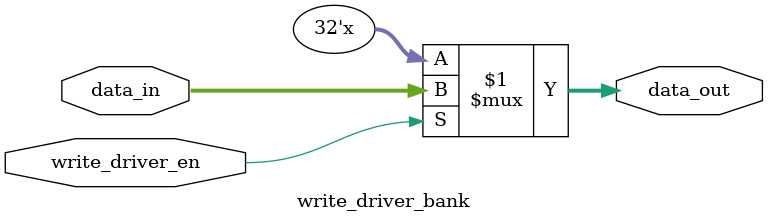
<source format=v>
`timescale 1ns / 1ps

module write_driver_bank (
    input  wire [31:0] data_in,          
    input  wire        write_driver_en, 
	output wire [31:0] data_out         
);
    assign data_out = (write_driver_en) ? data_in : 32'bZ;

endmodule

</source>
